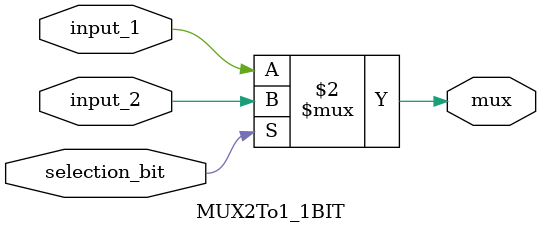
<source format=v>
`timescale 1ns / 1ps

module MUX2To1_1BIT (
    input  wire input_1,
    input  wire input_2,
    input  wire selection_bit,
    output wire mux
);
    assign mux = (selection_bit == 1'b0) ? input_1 : input_2;
endmodule
</source>
